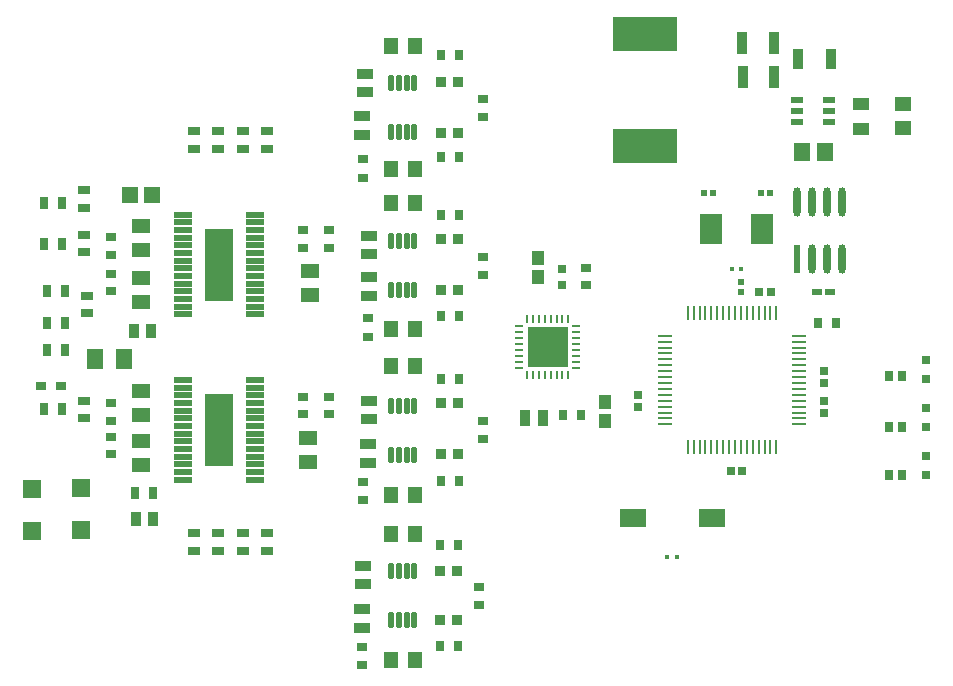
<source format=gtp>
G04*
G04 #@! TF.GenerationSoftware,Altium Limited,Altium Designer,22.9.1 (49)*
G04*
G04 Layer_Color=8421504*
%FSLAX24Y24*%
%MOIN*%
G70*
G04*
G04 #@! TF.SameCoordinates,51230F34-C4E9-4218-9113-8FAFF1EAE129*
G04*
G04*
G04 #@! TF.FilePolarity,Positive*
G04*
G01*
G75*
%ADD17R,0.0094X0.0492*%
%ADD18R,0.0492X0.0094*%
%ADD19R,0.2165X0.1181*%
%ADD20R,0.0295X0.0394*%
%ADD21R,0.0394X0.0295*%
%ADD22R,0.0600X0.0600*%
%ADD23R,0.0377X0.0497*%
G04:AMPARAMS|DCode=24|XSize=9.8mil|YSize=27.6mil|CornerRadius=2mil|HoleSize=0mil|Usage=FLASHONLY|Rotation=180.000|XOffset=0mil|YOffset=0mil|HoleType=Round|Shape=RoundedRectangle|*
%AMROUNDEDRECTD24*
21,1,0.0098,0.0236,0,0,180.0*
21,1,0.0059,0.0276,0,0,180.0*
1,1,0.0039,-0.0030,0.0118*
1,1,0.0039,0.0030,0.0118*
1,1,0.0039,0.0030,-0.0118*
1,1,0.0039,-0.0030,-0.0118*
%
%ADD24ROUNDEDRECTD24*%
G04:AMPARAMS|DCode=25|XSize=9.8mil|YSize=27.6mil|CornerRadius=2mil|HoleSize=0mil|Usage=FLASHONLY|Rotation=90.000|XOffset=0mil|YOffset=0mil|HoleType=Round|Shape=RoundedRectangle|*
%AMROUNDEDRECTD25*
21,1,0.0098,0.0236,0,0,90.0*
21,1,0.0059,0.0276,0,0,90.0*
1,1,0.0039,0.0118,0.0030*
1,1,0.0039,0.0118,-0.0030*
1,1,0.0039,-0.0118,-0.0030*
1,1,0.0039,-0.0118,0.0030*
%
%ADD25ROUNDEDRECTD25*%
%ADD26R,0.0315X0.0315*%
%ADD27R,0.0394X0.0315*%
%ADD28R,0.0354X0.0315*%
%ADD29R,0.0533X0.0710*%
%ADD30R,0.0613X0.0500*%
%ADD31R,0.0354X0.0315*%
%ADD32R,0.0368X0.0379*%
%ADD33R,0.0315X0.0354*%
G04:AMPARAMS|DCode=34|XSize=17.7mil|YSize=63mil|CornerRadius=1.9mil|HoleSize=0mil|Usage=FLASHONLY|Rotation=90.000|XOffset=0mil|YOffset=0mil|HoleType=Round|Shape=RoundedRectangle|*
%AMROUNDEDRECTD34*
21,1,0.0177,0.0591,0,0,90.0*
21,1,0.0138,0.0630,0,0,90.0*
1,1,0.0039,0.0295,0.0069*
1,1,0.0039,0.0295,-0.0069*
1,1,0.0039,-0.0295,-0.0069*
1,1,0.0039,-0.0295,0.0069*
%
%ADD34ROUNDEDRECTD34*%
G04:AMPARAMS|DCode=35|XSize=94.5mil|YSize=242.9mil|CornerRadius=1.9mil|HoleSize=0mil|Usage=FLASHONLY|Rotation=0.000|XOffset=0mil|YOffset=0mil|HoleType=Round|Shape=RoundedRectangle|*
%AMROUNDEDRECTD35*
21,1,0.0945,0.2391,0,0,0.0*
21,1,0.0907,0.2429,0,0,0.0*
1,1,0.0038,0.0454,-0.1196*
1,1,0.0038,-0.0454,-0.1196*
1,1,0.0038,-0.0454,0.1196*
1,1,0.0038,0.0454,0.1196*
%
%ADD35ROUNDEDRECTD35*%
%ADD36R,0.0374X0.0217*%
%ADD37R,0.0576X0.0494*%
%ADD38R,0.0906X0.0591*%
%ADD39R,0.0354X0.0748*%
%ADD40R,0.0276X0.0335*%
%ADD41R,0.0535X0.0575*%
%ADD42R,0.0554X0.0615*%
%ADD43R,0.0374X0.0669*%
%ADD44R,0.0433X0.0236*%
G04:AMPARAMS|DCode=45|XSize=97.4mil|YSize=24.5mil|CornerRadius=12.2mil|HoleSize=0mil|Usage=FLASHONLY|Rotation=90.000|XOffset=0mil|YOffset=0mil|HoleType=Round|Shape=RoundedRectangle|*
%AMROUNDEDRECTD45*
21,1,0.0974,0.0000,0,0,90.0*
21,1,0.0729,0.0245,0,0,90.0*
1,1,0.0245,0.0000,0.0365*
1,1,0.0245,0.0000,-0.0365*
1,1,0.0245,0.0000,-0.0365*
1,1,0.0245,0.0000,0.0365*
%
%ADD45ROUNDEDRECTD45*%
%ADD46R,0.0245X0.0974*%
%ADD47R,0.0531X0.0374*%
G04:AMPARAMS|DCode=48|XSize=17.7mil|YSize=51.2mil|CornerRadius=4.4mil|HoleSize=0mil|Usage=FLASHONLY|Rotation=180.000|XOffset=0mil|YOffset=0mil|HoleType=Round|Shape=RoundedRectangle|*
%AMROUNDEDRECTD48*
21,1,0.0177,0.0423,0,0,180.0*
21,1,0.0089,0.0512,0,0,180.0*
1,1,0.0089,-0.0044,0.0212*
1,1,0.0089,0.0044,0.0212*
1,1,0.0089,0.0044,-0.0212*
1,1,0.0089,-0.0044,-0.0212*
%
%ADD48ROUNDEDRECTD48*%
G04:AMPARAMS|DCode=49|XSize=17.7mil|YSize=51.2mil|CornerRadius=4.4mil|HoleSize=0mil|Usage=FLASHONLY|Rotation=180.000|XOffset=0mil|YOffset=0mil|HoleType=Round|Shape=RoundedRectangle|*
%AMROUNDEDRECTD49*
21,1,0.0177,0.0423,0,0,180.0*
21,1,0.0089,0.0512,0,0,180.0*
1,1,0.0089,-0.0044,0.0212*
1,1,0.0089,0.0044,0.0212*
1,1,0.0089,0.0044,-0.0212*
1,1,0.0089,-0.0044,-0.0212*
%
%ADD49ROUNDEDRECTD49*%
%ADD50R,0.0283X0.0299*%
%ADD51R,0.1358X0.1358*%
%ADD52R,0.0299X0.0283*%
%ADD53R,0.0354X0.0295*%
%ADD54R,0.0472X0.0571*%
%ADD55R,0.0398X0.0476*%
%ADD56R,0.0374X0.0531*%
%ADD57R,0.0217X0.0236*%
%ADD58R,0.0748X0.1024*%
%ADD59R,0.0177X0.0177*%
%ADD60R,0.0220X0.0205*%
%ADD61R,0.0276X0.0256*%
%ADD62R,0.0551X0.0394*%
D17*
X39111Y24346D02*
D03*
X38718D02*
D03*
X38915D02*
D03*
X39308D02*
D03*
X39505D02*
D03*
X39702D02*
D03*
X39899D02*
D03*
X40096D02*
D03*
X40293D02*
D03*
X40489D02*
D03*
X40686D02*
D03*
X40883D02*
D03*
X41080D02*
D03*
X41277D02*
D03*
X41474D02*
D03*
X41670D02*
D03*
X38718Y19857D02*
D03*
X38915D02*
D03*
X39111D02*
D03*
X39308D02*
D03*
X39505D02*
D03*
X39702D02*
D03*
X39899D02*
D03*
X40096D02*
D03*
X40293D02*
D03*
X40489D02*
D03*
X40686D02*
D03*
X40883D02*
D03*
X41080D02*
D03*
X41277D02*
D03*
X41474D02*
D03*
X41670D02*
D03*
D18*
X37950Y22791D02*
D03*
Y22594D02*
D03*
Y22397D02*
D03*
Y20625D02*
D03*
Y20822D02*
D03*
Y21019D02*
D03*
Y21216D02*
D03*
Y21413D02*
D03*
Y21609D02*
D03*
Y21806D02*
D03*
Y22003D02*
D03*
Y22200D02*
D03*
Y22987D02*
D03*
Y23184D02*
D03*
Y23381D02*
D03*
Y23578D02*
D03*
X42438D02*
D03*
Y23381D02*
D03*
Y23184D02*
D03*
Y22987D02*
D03*
Y22791D02*
D03*
Y22594D02*
D03*
Y22397D02*
D03*
Y22200D02*
D03*
Y22003D02*
D03*
Y21806D02*
D03*
Y21609D02*
D03*
Y21413D02*
D03*
Y21216D02*
D03*
Y21019D02*
D03*
Y20822D02*
D03*
Y20625D02*
D03*
D19*
X37300Y33650D02*
D03*
Y29910D02*
D03*
D20*
X17951Y25059D02*
D03*
X17361D02*
D03*
X17851Y21122D02*
D03*
X17261D02*
D03*
X17951Y23094D02*
D03*
X17361D02*
D03*
X20895Y18350D02*
D03*
X20305D02*
D03*
X17261Y28012D02*
D03*
X17851D02*
D03*
X17261Y26634D02*
D03*
X17851D02*
D03*
X17355Y24000D02*
D03*
X17945D02*
D03*
D21*
X18700Y24327D02*
D03*
Y24917D02*
D03*
X18600Y21417D02*
D03*
Y20827D02*
D03*
Y27833D02*
D03*
Y28423D02*
D03*
Y26355D02*
D03*
Y26945D02*
D03*
D22*
X16850Y17075D02*
D03*
Y18455D02*
D03*
X18500Y18490D02*
D03*
Y17110D02*
D03*
D23*
X20909Y17484D02*
D03*
X20336D02*
D03*
X20841Y23750D02*
D03*
X20268D02*
D03*
D24*
X33361Y24145D02*
D03*
X33558D02*
D03*
Y22255D02*
D03*
X33361D02*
D03*
X34739D02*
D03*
X33755Y24145D02*
D03*
X33952D02*
D03*
X34148D02*
D03*
X34345D02*
D03*
X34542D02*
D03*
X34739D02*
D03*
X33755Y22255D02*
D03*
X33952D02*
D03*
X34148D02*
D03*
X34345D02*
D03*
X34542D02*
D03*
D25*
X33105Y22511D02*
D03*
Y22708D02*
D03*
Y23692D02*
D03*
Y23889D02*
D03*
X34995D02*
D03*
Y22905D02*
D03*
Y22708D02*
D03*
X33105Y23298D02*
D03*
Y23495D02*
D03*
Y22905D02*
D03*
Y23102D02*
D03*
X34995Y23298D02*
D03*
Y23495D02*
D03*
Y23692D02*
D03*
Y22511D02*
D03*
Y23102D02*
D03*
D26*
X46650Y22125D02*
D03*
Y22775D02*
D03*
Y19575D02*
D03*
Y18925D02*
D03*
Y21175D02*
D03*
Y20525D02*
D03*
D27*
X23884Y16995D02*
D03*
Y16405D02*
D03*
X22250Y30395D02*
D03*
Y29805D02*
D03*
X23067Y30395D02*
D03*
Y29805D02*
D03*
X23884Y30395D02*
D03*
Y29805D02*
D03*
X24702Y16409D02*
D03*
Y17000D02*
D03*
X23067Y16405D02*
D03*
Y16995D02*
D03*
X22250Y16409D02*
D03*
Y17000D02*
D03*
X24702Y30395D02*
D03*
Y29805D02*
D03*
D28*
X17158Y21901D02*
D03*
X17827D02*
D03*
D29*
X18968Y22800D02*
D03*
X19932D02*
D03*
D30*
X26069Y20175D02*
D03*
Y19373D02*
D03*
X26110Y25723D02*
D03*
Y24921D02*
D03*
X20500Y26436D02*
D03*
Y27238D02*
D03*
Y20064D02*
D03*
Y19262D02*
D03*
Y20936D02*
D03*
Y21738D02*
D03*
Y25489D02*
D03*
Y24687D02*
D03*
D31*
X25900Y26505D02*
D03*
Y27095D02*
D03*
X31882Y20131D02*
D03*
Y20721D02*
D03*
Y30873D02*
D03*
Y25614D02*
D03*
X31750Y14605D02*
D03*
X26750Y21545D02*
D03*
Y20955D02*
D03*
X19500Y26265D02*
D03*
Y26856D02*
D03*
X31750Y15195D02*
D03*
X35323Y25255D02*
D03*
Y25845D02*
D03*
X26750Y27095D02*
D03*
Y26505D02*
D03*
X19500Y25055D02*
D03*
Y25645D02*
D03*
Y21329D02*
D03*
Y20739D02*
D03*
Y19621D02*
D03*
Y20211D02*
D03*
X25900Y20955D02*
D03*
Y21545D02*
D03*
X31882Y31464D02*
D03*
Y26205D02*
D03*
D32*
X31064Y30323D02*
D03*
Y25109D02*
D03*
Y19626D02*
D03*
X31032Y14100D02*
D03*
X31064Y32023D02*
D03*
X30500D02*
D03*
Y30323D02*
D03*
X31064Y26809D02*
D03*
X30500D02*
D03*
Y25109D02*
D03*
X31064Y21326D02*
D03*
X30500D02*
D03*
Y19626D02*
D03*
X31032Y15750D02*
D03*
X30468D02*
D03*
Y14100D02*
D03*
D33*
X31077Y29523D02*
D03*
Y24250D02*
D03*
Y18726D02*
D03*
X31045Y13250D02*
D03*
X43055Y24000D02*
D03*
X43645D02*
D03*
X30455Y13250D02*
D03*
X30487Y18726D02*
D03*
Y29523D02*
D03*
Y24250D02*
D03*
X34555Y20950D02*
D03*
X35145D02*
D03*
X31077Y22126D02*
D03*
X30487D02*
D03*
Y32923D02*
D03*
X31077D02*
D03*
X30487Y27609D02*
D03*
X31077D02*
D03*
X31045Y16600D02*
D03*
X30455D02*
D03*
D34*
X21898Y22106D02*
D03*
Y21850D02*
D03*
Y19036D02*
D03*
Y18780D02*
D03*
X24300Y20059D02*
D03*
Y20827D02*
D03*
X21898Y20315D02*
D03*
X24300D02*
D03*
X21898Y20571D02*
D03*
X24300D02*
D03*
Y22106D02*
D03*
Y21850D02*
D03*
Y21595D02*
D03*
Y18780D02*
D03*
Y19036D02*
D03*
Y19291D02*
D03*
Y21083D02*
D03*
Y19803D02*
D03*
X21898Y20827D02*
D03*
Y20059D02*
D03*
X24300Y21339D02*
D03*
Y19547D02*
D03*
X21898Y19291D02*
D03*
Y21595D02*
D03*
Y19803D02*
D03*
Y21083D02*
D03*
Y21339D02*
D03*
Y19547D02*
D03*
Y25054D02*
D03*
Y26846D02*
D03*
Y26590D02*
D03*
Y25310D02*
D03*
Y27102D02*
D03*
Y24798D02*
D03*
X24300Y26334D02*
D03*
Y25566D02*
D03*
X21898Y24287D02*
D03*
Y24543D02*
D03*
Y27357D02*
D03*
Y27613D02*
D03*
X24300Y25822D02*
D03*
X21898D02*
D03*
X24300Y26078D02*
D03*
X21898D02*
D03*
X24300Y27613D02*
D03*
Y27357D02*
D03*
Y27102D02*
D03*
Y24287D02*
D03*
Y24543D02*
D03*
Y24798D02*
D03*
Y26590D02*
D03*
Y25310D02*
D03*
X21898Y26334D02*
D03*
Y25566D02*
D03*
X24300Y26846D02*
D03*
Y25054D02*
D03*
D35*
X23099Y20443D02*
D03*
Y25950D02*
D03*
D36*
X43024Y25050D02*
D03*
X43476D02*
D03*
D37*
X45900Y31304D02*
D03*
Y30496D02*
D03*
D38*
X39519Y17486D02*
D03*
X36881D02*
D03*
D39*
X41585Y33335D02*
D03*
X40522D02*
D03*
X41608Y32192D02*
D03*
X40545D02*
D03*
D40*
X45876Y18925D02*
D03*
X45424D02*
D03*
X45876Y20525D02*
D03*
X45424D02*
D03*
X45876Y22225D02*
D03*
X45424D02*
D03*
D41*
X20863Y28271D02*
D03*
X20133D02*
D03*
D42*
X43280Y29718D02*
D03*
X42531D02*
D03*
D43*
X42385Y32794D02*
D03*
X43487D02*
D03*
D44*
X42350Y31076D02*
D03*
X43413Y31450D02*
D03*
X42350D02*
D03*
X43413Y31072D02*
D03*
Y30702D02*
D03*
X42350D02*
D03*
D45*
X42850Y26149D02*
D03*
Y28051D02*
D03*
X42350D02*
D03*
X43350D02*
D03*
X43850D02*
D03*
X43350Y26149D02*
D03*
X43850D02*
D03*
D46*
X42350D02*
D03*
D47*
X27850Y13845D02*
D03*
Y14455D02*
D03*
X28050Y19345D02*
D03*
Y19955D02*
D03*
X28077Y20795D02*
D03*
Y21405D02*
D03*
X27850Y30888D02*
D03*
Y30278D02*
D03*
X27900Y15905D02*
D03*
Y15295D02*
D03*
X27950Y31695D02*
D03*
Y32305D02*
D03*
X28077Y24911D02*
D03*
Y25521D02*
D03*
Y26905D02*
D03*
Y26295D02*
D03*
D48*
X29091Y26751D02*
D03*
X29603Y25098D02*
D03*
X28835Y26751D02*
D03*
Y25098D02*
D03*
X29091D02*
D03*
X29347D02*
D03*
Y26751D02*
D03*
X29091Y21251D02*
D03*
X29603Y19598D02*
D03*
X28835Y21251D02*
D03*
Y19598D02*
D03*
X29091D02*
D03*
X29347D02*
D03*
Y21251D02*
D03*
X29091Y15744D02*
D03*
X29603Y14090D02*
D03*
X28835Y15744D02*
D03*
Y14090D02*
D03*
X29091D02*
D03*
X29347Y15744D02*
D03*
Y14090D02*
D03*
Y30366D02*
D03*
Y32019D02*
D03*
X29091Y30366D02*
D03*
X28835D02*
D03*
Y32019D02*
D03*
X29603Y30366D02*
D03*
X29091Y32019D02*
D03*
D49*
X29603Y26751D02*
D03*
Y21251D02*
D03*
Y15744D02*
D03*
Y32019D02*
D03*
D50*
X43250Y22007D02*
D03*
Y22393D02*
D03*
X37063Y21219D02*
D03*
Y21605D02*
D03*
X43250Y21007D02*
D03*
Y21393D02*
D03*
D51*
X34050Y23200D02*
D03*
D52*
X40157Y19078D02*
D03*
X40543D02*
D03*
X41107Y25050D02*
D03*
X41493D02*
D03*
D53*
X27900Y28845D02*
D03*
Y29455D02*
D03*
X28050Y23545D02*
D03*
Y24155D02*
D03*
X27850Y13205D02*
D03*
Y12595D02*
D03*
X27900Y18705D02*
D03*
Y18095D02*
D03*
D54*
X29626Y18276D02*
D03*
X28838D02*
D03*
Y23809D02*
D03*
X29626D02*
D03*
Y22576D02*
D03*
X28838D02*
D03*
X28837Y28009D02*
D03*
X29625D02*
D03*
X29626Y12776D02*
D03*
X28838D02*
D03*
X29626Y29123D02*
D03*
X28838D02*
D03*
Y16976D02*
D03*
X29626D02*
D03*
X28838Y33223D02*
D03*
X29626D02*
D03*
D55*
X33723Y26181D02*
D03*
Y25550D02*
D03*
X35950Y21366D02*
D03*
Y20734D02*
D03*
D56*
X33895Y20850D02*
D03*
X33305D02*
D03*
D57*
X40500Y25367D02*
D03*
Y25033D02*
D03*
D58*
X39504Y27150D02*
D03*
X41196D02*
D03*
D59*
X40193Y25800D02*
D03*
X40507D02*
D03*
X38043Y16200D02*
D03*
X38357D02*
D03*
D60*
X39554Y28350D02*
D03*
X39246D02*
D03*
X41146D02*
D03*
X41454D02*
D03*
D61*
X34523Y25816D02*
D03*
Y25284D02*
D03*
D62*
X44500Y30473D02*
D03*
Y31300D02*
D03*
M02*

</source>
